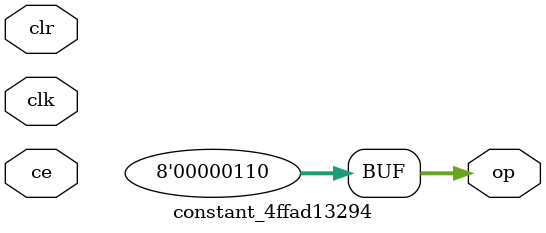
<source format=v>
module constant_4ffad13294 (
  output [(8 - 1):0] op,
  input clk,
  input ce,
  input clr);
  localparam [(8 - 1):0] const_value = 8'b00000110;
  assign op = 8'b00000110;
endmodule
</source>
